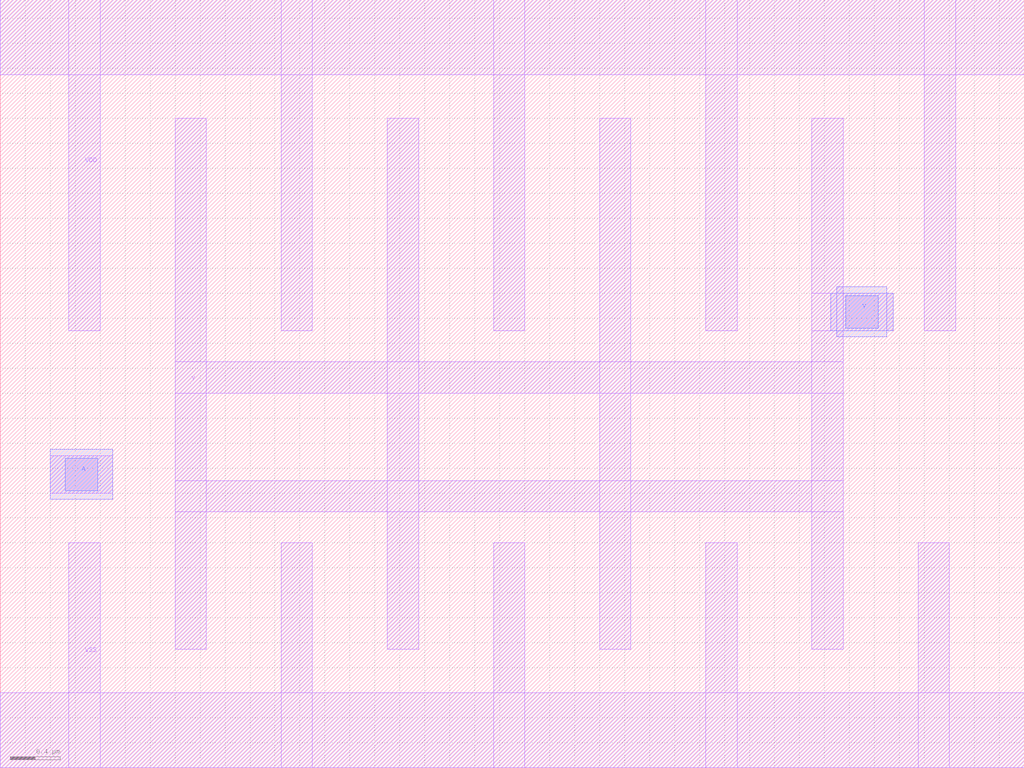
<source format=lef>
# Copyright 2022 Google LLC
# Licensed under the Apache License, Version 2.0 (the "License");
# you may not use this file except in compliance with the License.
# You may obtain a copy of the License at
#
#      http://www.apache.org/licenses/LICENSE-2.0
#
# Unless required by applicable law or agreed to in writing, software
# distributed under the License is distributed on an "AS IS" BASIS,
# WITHOUT WARRANTIES OR CONDITIONS OF ANY KIND, either express or implied.
# See the License for the specific language governing permissions and
# limitations under the License.
VERSION 5.7 ;
BUSBITCHARS "[]" ;
DIVIDERCHAR "/" ;

MACRO gf180mcu_osu_sc_gp9t3v3__inv_8
  CLASS CORE ;
  ORIGIN 0 0 ;
  FOREIGN gf180mcu_osu_sc_gp9t3v3__inv_8 0 0 ;
  SIZE 8.2 BY 6.15 ;
  SYMMETRY X Y ;
  SITE gf180mcu_osu_sc_gp9t3v3 ;
  PIN VDD
    DIRECTION INOUT ;
    USE POWER ;
    SHAPE ABUTMENT ;
    PORT
      LAYER MET1 ;
        RECT 0 5.55 8.2 6.15 ;
        RECT 7.4 3.5 7.65 6.15 ;
        RECT 5.65 3.5 5.9 6.15 ;
        RECT 3.95 3.5 4.2 6.15 ;
        RECT 2.25 3.5 2.5 6.15 ;
        RECT 0.55 3.5 0.8 6.15 ;
    END
  END VDD
  PIN VSS
    DIRECTION INOUT ;
    USE GROUND ;
    PORT
      LAYER MET1 ;
        RECT 0 0 8.2 0.6 ;
        RECT 7.35 0 7.6 1.8 ;
        RECT 5.65 0 5.9 1.8 ;
        RECT 3.95 0 4.2 1.8 ;
        RECT 2.25 0 2.5 1.8 ;
        RECT 0.55 0 0.8 1.8 ;
    END
  END VSS
  PIN A
    DIRECTION INPUT ;
    USE SIGNAL ;
    PORT
      LAYER MET1 ;
        RECT 0.4 2.2 0.9 2.5 ;
      LAYER MET2 ;
        RECT 0.4 2.15 0.9 2.55 ;
      LAYER VIA12 ;
        RECT 0.52 2.22 0.78 2.48 ;
    END
  END A
  PIN Y
    DIRECTION OUTPUT ;
    USE SIGNAL ;
    PORT
      LAYER MET1 ;
        RECT 6.5 3.5 7.15 3.8 ;
        RECT 6.5 0.95 6.75 5.2 ;
        RECT 1.4 3 6.75 3.25 ;
        RECT 1.4 2.05 6.75 2.3 ;
        RECT 4.8 0.95 5.05 5.2 ;
        RECT 3.1 0.95 3.35 5.2 ;
        RECT 1.4 0.95 1.65 5.2 ;
      LAYER MET2 ;
        RECT 6.65 3.5 7.15 3.8 ;
        RECT 6.7 3.45 7.1 3.85 ;
      LAYER VIA12 ;
        RECT 6.77 3.52 7.03 3.78 ;
    END
  END Y
END gf180mcu_osu_sc_gp9t3v3__inv_8

</source>
